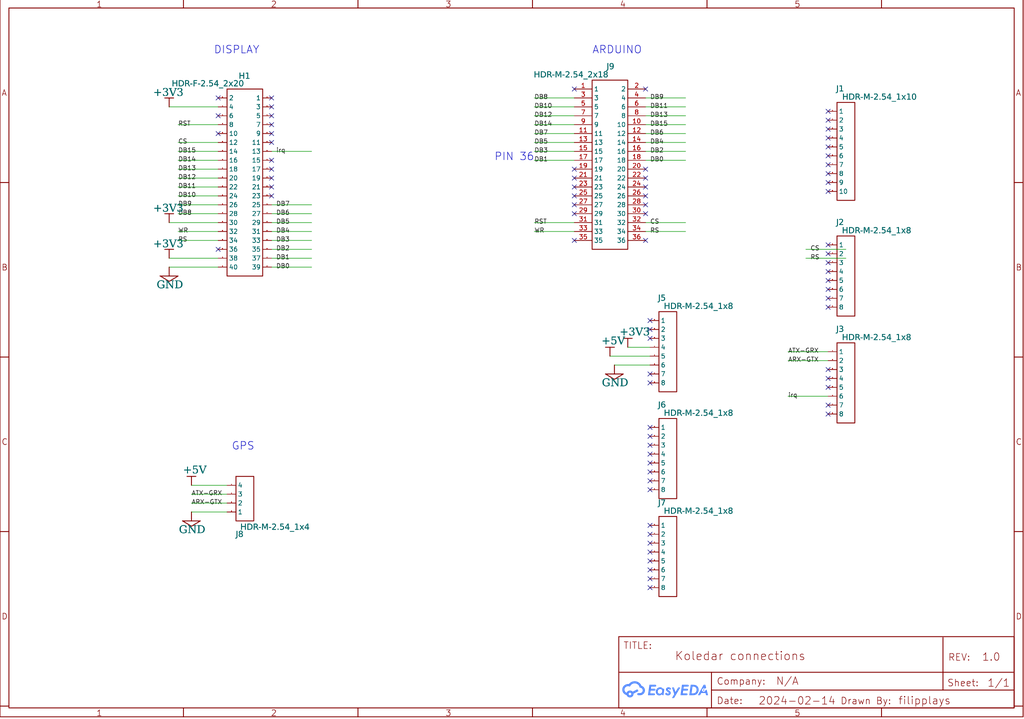
<source format=kicad_sch>
(kicad_sch (version 20231120) (generator "eeschema") (generator_version "8.0")
  (paper "User" 292.1 205.105)
  (lib_symbols
    (symbol "+3V3" (power) (pin_numbers hide) (pin_names hide)
      (property "Value" "+3V3" (at 0 3.81 0))
      (symbol "+3V3_0_0"
        (pin power_in line (at 0 0 270) (length 0) (name "+3V3") (number "1"))
      )
    )
    (symbol "+5V" (power) (pin_numbers hide) (pin_names hide)
      (property "Value" "+5V" (at 0 3.81 0))
      (symbol "+5V_0_0"
        (pin power_in line (at 0 0 270) (length 0) (name "+5V") (number "1"))
      )
    )
    (symbol "GND" (power) (pin_numbers hide) (pin_names hide)
      (property "Value" "GND" (at 0 6.35 0))
      (symbol "GND_0_0"
        (pin power_in line (at 0 0 270) (length 0) (name "GND") (number "1"))
      )
    )
    (symbol "HDR-F-2.54_2x20"
      (property "Reference" "H1" (at 1.524 32.4993 0))
      (property "Value" "HDR-F-2.54_2x20" (at 1.524 30.3911 0))
      (symbol "HDR-F-2.54_2x20_0_0"
        (pin input line (at 7.62 25.4 180) (length 2.54) (name "1") (number "1"))
        (pin input line (at -7.62 15.24 0) (length 2.54) (name "10") (number "10"))
        (pin input line (at 7.62 12.7 180) (length 2.54) (name "11") (number "11"))
        (pin input line (at -7.62 12.7 0) (length 2.54) (name "12") (number "12"))
        (pin input line (at 7.62 10.16 180) (length 2.54) (name "13") (number "13"))
        (pin input line (at -7.62 10.16 0) (length 2.54) (name "14") (number "14"))
        (pin input line (at 7.62 7.62 180) (length 2.54) (name "15") (number "15"))
        (pin input line (at -7.62 7.62 0) (length 2.54) (name "16") (number "16"))
        (pin input line (at 7.62 5.08 180) (length 2.54) (name "17") (number "17"))
        (pin input line (at -7.62 5.08 0) (length 2.54) (name "18") (number "18"))
        (pin input line (at 7.62 2.54 180) (length 2.54) (name "19") (number "19"))
        (pin input line (at -7.62 25.4 0) (length 2.54) (name "2") (number "2"))
        (pin input line (at -7.62 2.54 0) (length 2.54) (name "20") (number "20"))
        (pin input line (at 7.62 0 180) (length 2.54) (name "21") (number "21"))
        (pin input line (at -7.62 0 0) (length 2.54) (name "22") (number "22"))
        (pin input line (at 7.62 -2.54 180) (length 2.54) (name "23") (number "23"))
        (pin input line (at -7.62 -2.54 0) (length 2.54) (name "24") (number "24"))
        (pin input line (at 7.62 -5.08 180) (length 2.54) (name "25") (number "25"))
        (pin input line (at -7.62 -5.08 0) (length 2.54) (name "26") (number "26"))
        (pin input line (at 7.62 -7.62 180) (length 2.54) (name "27") (number "27"))
        (pin input line (at -7.62 -7.62 0) (length 2.54) (name "28") (number "28"))
        (pin input line (at 7.62 -10.16 180) (length 2.54) (name "29") (number "29"))
        (pin input line (at 7.62 22.86 180) (length 2.54) (name "3") (number "3"))
        (pin input line (at -7.62 -10.16 0) (length 2.54) (name "30") (number "30"))
        (pin input line (at 7.62 -12.7 180) (length 2.54) (name "31") (number "31"))
        (pin input line (at -7.62 -12.7 0) (length 2.54) (name "32") (number "32"))
        (pin input line (at 7.62 -15.24 180) (length 2.54) (name "33") (number "33"))
        (pin input line (at -7.62 -15.24 0) (length 2.54) (name "34") (number "34"))
        (pin input line (at 7.62 -17.78 180) (length 2.54) (name "35") (number "35"))
        (pin input line (at -7.62 -17.78 0) (length 2.54) (name "36") (number "36"))
        (pin input line (at 7.62 -20.32 180) (length 2.54) (name "37") (number "37"))
        (pin input line (at -7.62 -20.32 0) (length 2.54) (name "38") (number "38"))
        (pin input line (at 7.62 -22.86 180) (length 2.54) (name "39") (number "39"))
        (pin input line (at -7.62 22.86 0) (length 2.54) (name "4") (number "4"))
        (pin input line (at -7.62 -22.86 0) (length 2.54) (name "40") (number "40"))
        (pin input line (at 7.62 20.32 180) (length 2.54) (name "5") (number "5"))
        (pin input line (at -7.62 20.32 0) (length 2.54) (name "6") (number "6"))
        (pin input line (at 7.62 17.78 180) (length 2.54) (name "7") (number "7"))
        (pin input line (at -7.62 17.78 0) (length 2.54) (name "8") (number "8"))
        (pin input line (at 7.62 15.24 180) (length 2.54) (name "9") (number "9"))
      )
    )
    (symbol "HDR-M-2.54_1x10"
      (property "Reference" "J1" (at -2.7686 18.7071 0))
      (property "Value" "HDR-M-2.54_1x10" (at -2.7686 16.4211 0))
      (symbol "HDR-M-2.54_1x10_0_0"
        (pin unspecified line (at -5.08 11.43 0) (length 2.54) (name "1") (number "1"))
        (pin unspecified line (at -5.08 -11.43 0) (length 2.54) (name "10") (number "10"))
        (pin unspecified line (at -5.08 8.89 0) (length 2.54) (name "2") (number "2"))
        (pin unspecified line (at -5.08 6.35 0) (length 2.54) (name "3") (number "3"))
        (pin unspecified line (at -5.08 3.81 0) (length 2.54) (name "4") (number "4"))
        (pin unspecified line (at -5.08 1.27 0) (length 2.54) (name "5") (number "5"))
        (pin unspecified line (at -5.08 -1.27 0) (length 2.54) (name "6") (number "6"))
        (pin unspecified line (at -5.08 -3.81 0) (length 2.54) (name "7") (number "7"))
        (pin unspecified line (at -5.08 -6.35 0) (length 2.54) (name "8") (number "8"))
        (pin unspecified line (at -5.08 -8.89 0) (length 2.54) (name "9") (number "9"))
      )
    )
    (symbol "HDR-M-2.54_1x4"
      (property "Reference" "J8" (at -2.6162 -9.3091 0))
      (property "Value" "HDR-M-2.54_1x4" (at -2.9464 -7.2009 0))
      (symbol "HDR-M-2.54_1x4_0_0"
        (pin unspecified line (at -5.08 -3.81 0) (length 2.54) (name "1") (number "1"))
        (pin unspecified line (at -5.08 -1.27 0) (length 2.54) (name "2") (number "2"))
        (pin unspecified line (at -5.08 1.27 0) (length 2.54) (name "3") (number "3"))
        (pin unspecified line (at -5.08 3.81 0) (length 2.54) (name "4") (number "4"))
      )
    )
    (symbol "HDR-M-2.54_1x8"
      (property "Reference" "J5" (at -2.7686 16.1671 0))
      (property "Value" "HDR-M-2.54_1x8" (at -2.7686 13.8811 0))
      (symbol "HDR-M-2.54_1x8_0_0"
        (pin unspecified line (at -5.08 8.89 0) (length 2.54) (name "1") (number "1"))
        (pin unspecified line (at -5.08 6.35 0) (length 2.54) (name "2") (number "2"))
        (pin unspecified line (at -5.08 3.81 0) (length 2.54) (name "3") (number "3"))
        (pin unspecified line (at -5.08 1.27 0) (length 2.54) (name "4") (number "4"))
        (pin unspecified line (at -5.08 -1.27 0) (length 2.54) (name "5") (number "5"))
        (pin unspecified line (at -5.08 -3.81 0) (length 2.54) (name "6") (number "6"))
        (pin unspecified line (at -5.08 -6.35 0) (length 2.54) (name "7") (number "7"))
        (pin unspecified line (at -5.08 -8.89 0) (length 2.54) (name "8") (number "8"))
      )
    )
    (symbol "HDR-M-2.54_1x8_1"
      (property "Reference" "J6" (at -2.7686 16.1671 0))
      (property "Value" "HDR-M-2.54_1x8" (at -2.7686 13.8811 0))
      (symbol "HDR-M-2.54_1x8_1_0_0"
        (pin unspecified line (at -5.08 8.89 0) (length 2.54) (name "1") (number "1"))
        (pin unspecified line (at -5.08 6.35 0) (length 2.54) (name "2") (number "2"))
        (pin unspecified line (at -5.08 3.81 0) (length 2.54) (name "3") (number "3"))
        (pin unspecified line (at -5.08 1.27 0) (length 2.54) (name "4") (number "4"))
        (pin unspecified line (at -5.08 -1.27 0) (length 2.54) (name "5") (number "5"))
        (pin unspecified line (at -5.08 -3.81 0) (length 2.54) (name "6") (number "6"))
        (pin unspecified line (at -5.08 -6.35 0) (length 2.54) (name "7") (number "7"))
        (pin unspecified line (at -5.08 -8.89 0) (length 2.54) (name "8") (number "8"))
      )
    )
    (symbol "HDR-M-2.54_1x8_2"
      (property "Reference" "J7" (at -2.7686 16.1671 0))
      (property "Value" "HDR-M-2.54_1x8" (at -2.7686 13.8811 0))
      (symbol "HDR-M-2.54_1x8_2_0_0"
        (pin unspecified line (at -5.08 8.89 0) (length 2.54) (name "1") (number "1"))
        (pin unspecified line (at -5.08 6.35 0) (length 2.54) (name "2") (number "2"))
        (pin unspecified line (at -5.08 3.81 0) (length 2.54) (name "3") (number "3"))
        (pin unspecified line (at -5.08 1.27 0) (length 2.54) (name "4") (number "4"))
        (pin unspecified line (at -5.08 -1.27 0) (length 2.54) (name "5") (number "5"))
        (pin unspecified line (at -5.08 -3.81 0) (length 2.54) (name "6") (number "6"))
        (pin unspecified line (at -5.08 -6.35 0) (length 2.54) (name "7") (number "7"))
        (pin unspecified line (at -5.08 -8.89 0) (length 2.54) (name "8") (number "8"))
      )
    )
    (symbol "HDR-M-2.54_1x8_3"
      (property "Reference" "J2" (at -2.7686 16.1671 0))
      (property "Value" "HDR-M-2.54_1x8" (at -2.7686 13.8811 0))
      (symbol "HDR-M-2.54_1x8_3_0_0"
        (pin unspecified line (at -5.08 8.89 0) (length 2.54) (name "1") (number "1"))
        (pin unspecified line (at -5.08 6.35 0) (length 2.54) (name "2") (number "2"))
        (pin unspecified line (at -5.08 3.81 0) (length 2.54) (name "3") (number "3"))
        (pin unspecified line (at -5.08 1.27 0) (length 2.54) (name "4") (number "4"))
        (pin unspecified line (at -5.08 -1.27 0) (length 2.54) (name "5") (number "5"))
        (pin unspecified line (at -5.08 -3.81 0) (length 2.54) (name "6") (number "6"))
        (pin unspecified line (at -5.08 -6.35 0) (length 2.54) (name "7") (number "7"))
        (pin unspecified line (at -5.08 -8.89 0) (length 2.54) (name "8") (number "8"))
      )
    )
    (symbol "HDR-M-2.54_1x8_4"
      (property "Reference" "J3" (at -2.7686 16.1671 0))
      (property "Value" "HDR-M-2.54_1x8" (at -2.7686 13.8811 0))
      (symbol "HDR-M-2.54_1x8_4_0_0"
        (pin unspecified line (at -5.08 8.89 0) (length 2.54) (name "1") (number "1"))
        (pin unspecified line (at -5.08 6.35 0) (length 2.54) (name "2") (number "2"))
        (pin unspecified line (at -5.08 3.81 0) (length 2.54) (name "3") (number "3"))
        (pin unspecified line (at -5.08 1.27 0) (length 2.54) (name "4") (number "4"))
        (pin unspecified line (at -5.08 -1.27 0) (length 2.54) (name "5") (number "5"))
        (pin unspecified line (at -5.08 -3.81 0) (length 2.54) (name "6") (number "6"))
        (pin unspecified line (at -5.08 -6.35 0) (length 2.54) (name "7") (number "7"))
        (pin unspecified line (at -5.08 -8.89 0) (length 2.54) (name "8") (number "8"))
      )
    )
    (symbol "HDR-M-2.54_2x18"
      (property "Reference" "J9" (at 1.2446 30.1371 0))
      (property "Value" "HDR-M-2.54_2x18" (at 1.2446 27.8511 0))
      (symbol "HDR-M-2.54_2x18_0_0"
        (pin unspecified line (at -10.16 22.86 0) (length 5.08) (name "1") (number "1"))
        (pin unspecified line (at 10.16 12.7 180) (length 5.08) (name "10") (number "10"))
        (pin unspecified line (at -10.16 10.16 0) (length 5.08) (name "11") (number "11"))
        (pin unspecified line (at 10.16 10.16 180) (length 5.08) (name "12") (number "12"))
        (pin unspecified line (at -10.16 7.62 0) (length 5.08) (name "13") (number "13"))
        (pin unspecified line (at 10.16 7.62 180) (length 5.08) (name "14") (number "14"))
        (pin unspecified line (at -10.16 5.08 0) (length 5.08) (name "15") (number "15"))
        (pin unspecified line (at 10.16 5.08 180) (length 5.08) (name "16") (number "16"))
        (pin unspecified line (at -10.16 2.54 0) (length 5.08) (name "17") (number "17"))
        (pin unspecified line (at 10.16 2.54 180) (length 5.08) (name "18") (number "18"))
        (pin unspecified line (at -10.16 0 0) (length 5.08) (name "19") (number "19"))
        (pin unspecified line (at 10.16 22.86 180) (length 5.08) (name "2") (number "2"))
        (pin unspecified line (at 10.16 0 180) (length 5.08) (name "20") (number "20"))
        (pin unspecified line (at -10.16 -2.54 0) (length 5.08) (name "21") (number "21"))
        (pin unspecified line (at 10.16 -2.54 180) (length 5.08) (name "22") (number "22"))
        (pin unspecified line (at -10.16 -5.08 0) (length 5.08) (name "23") (number "23"))
        (pin unspecified line (at 10.16 -5.08 180) (length 5.08) (name "24") (number "24"))
        (pin unspecified line (at -10.16 -7.62 0) (length 5.08) (name "25") (number "25"))
        (pin unspecified line (at 10.16 -7.62 180) (length 5.08) (name "26") (number "26"))
        (pin unspecified line (at -10.16 -10.16 0) (length 5.08) (name "27") (number "27"))
        (pin unspecified line (at 10.16 -10.16 180) (length 5.08) (name "28") (number "28"))
        (pin unspecified line (at -10.16 -12.7 0) (length 5.08) (name "29") (number "29"))
        (pin unspecified line (at -10.16 20.32 0) (length 5.08) (name "3") (number "3"))
        (pin unspecified line (at 10.16 -12.7 180) (length 5.08) (name "30") (number "30"))
        (pin unspecified line (at -10.16 -15.24 0) (length 5.08) (name "31") (number "31"))
        (pin unspecified line (at 10.16 -15.24 180) (length 5.08) (name "32") (number "32"))
        (pin unspecified line (at -10.16 -17.78 0) (length 5.08) (name "33") (number "33"))
        (pin unspecified line (at 10.16 -17.78 180) (length 5.08) (name "34") (number "34"))
        (pin unspecified line (at -10.16 -20.32 0) (length 5.08) (name "35") (number "35"))
        (pin unspecified line (at 10.16 -20.32 180) (length 5.08) (name "36") (number "36"))
        (pin unspecified line (at 10.16 20.32 180) (length 5.08) (name "4") (number "4"))
        (pin unspecified line (at -10.16 17.78 0) (length 5.08) (name "5") (number "5"))
        (pin unspecified line (at 10.16 17.78 180) (length 5.08) (name "6") (number "6"))
        (pin unspecified line (at -10.16 15.24 0) (length 5.08) (name "7") (number "7"))
        (pin unspecified line (at 10.16 15.24 180) (length 5.08) (name "8") (number "8"))
        (pin unspecified line (at -10.16 12.7 0) (length 5.08) (name "9") (number "9"))
      )
    )
    (symbol "Unknown_0_-806"
      (symbol "Unknown_0_-806_0_0"
        (text "1" (at 27.432 -202.6539 0) (effects (font (size 1.6891 1.6891)) (justify left top)))
        (text "1" (at 27.432 -0.4699 0) (effects (font (size 1.6891 1.6891)) (justify left top)))
        (text "1.0" (at 280.0604 -186.3471 0) (effects (font (size 2.1717 2.1717)) (justify left top)))
        (text "1/1" (at 281.5844 -193.7639 0) (effects (font (size 2.1717 2.1717)) (justify left top)))
        (text "2" (at 77.216 -202.6539 0) (effects (font (size 1.6891 1.6891)) (justify left top)))
        (text "2" (at 77.216 -0.4699 0) (effects (font (size 1.6891 1.6891)) (justify left top)))
        (text "2024-02-14" (at 216.3064 -198.8439 0) (effects (font (size 2.1717 2.1717)) (justify left top)))
        (text "3" (at 127 -202.6539 0) (effects (font (size 1.6891 1.6891)) (justify left top)))
        (text "3" (at 127 -0.4699 0) (effects (font (size 1.6891 1.6891)) (justify left top)))
        (text "4" (at 176.784 -202.6539 0) (effects (font (size 1.6891 1.6891)) (justify left top)))
        (text "4" (at 176.784 -0.4699 0) (effects (font (size 1.6891 1.6891)) (justify left top)))
        (text "5" (at 226.568 -202.6539 0) (effects (font (size 1.6891 1.6891)) (justify left top)))
        (text "5" (at 226.568 -0.4699 0) (effects (font (size 1.6891 1.6891)) (justify left top)))
        (text "A" (at 0.381 -25.7429 0) (effects (font (size 1.6891 1.6891)) (justify left top)))
        (text "A" (at 289.687 -25.7429 0) (effects (font (size 1.6891 1.6891)) (justify left top)))
        (text "B" (at 0.381 -75.5269 0) (effects (font (size 1.6891 1.6891)) (justify left top)))
        (text "B" (at 289.687 -75.5269 0) (effects (font (size 1.6891 1.6891)) (justify left top)))
        (text "C" (at 0.381 -125.3109 0) (effects (font (size 1.6891 1.6891)) (justify left top)))
        (text "C" (at 289.687 -125.3109 0) (effects (font (size 1.6891 1.6891)) (justify left top)))
        (text "Company:" (at 204.3684 -193.4464 0) (effects (font (size 1.9304 1.9304)) (justify left top)))
        (text "D" (at 0.381 -175.0949 0) (effects (font (size 1.6891 1.6891)) (justify left top)))
        (text "D" (at 289.687 -175.0949 0) (effects (font (size 1.6891 1.6891)) (justify left top)))
        (text "Date:" (at 204.3684 -198.9836 0) (effects (font (size 1.9304 1.9304)) (justify left top)))
        (text "Drawn By:" (at 239.6744 -199.0344 0) (effects (font (size 1.9304 1.9304)) (justify left top)))
        (text "filipplays" (at 256.1844 -198.7931 0) (effects (font (size 2.1717 2.1717)) (justify left top)))
        (text "Koledar connections" (at 192.4304 -185.928 0) (effects (font (size 2.413 2.413)) (justify left top)))
        (text "N/A" (at 221.2848 -193.2305 0) (effects (font (size 2.1717 2.1717)) (justify left top)))
        (text "REV:" (at 270.4084 -186.5884 0) (effects (font (size 1.9304 1.9304)) (justify left top)))
        (text "Sheet:" (at 270.1544 -193.9036 0) (effects (font (size 1.9304 1.9304)) (justify left top)))
        (text "TITLE:" (at 177.7746 -183.2356 0) (effects (font (size 1.9304 1.9304)) (justify left top)))
      )
    )
  )
  (no_connect (at 77.47 40.64))
  (no_connect (at 62.23 27.94))
  (no_connect (at 236.22 105.41))
  (no_connect (at 184.15 25.4))
  (no_connect (at 236.22 77.47))
  (no_connect (at 185.42 91.44))
  (no_connect (at 185.42 167.64))
  (no_connect (at 236.22 85.09))
  (no_connect (at 236.22 107.95))
  (no_connect (at 185.42 154.94))
  (no_connect (at 236.22 72.39))
  (no_connect (at 185.42 139.7))
  (no_connect (at 185.42 157.48))
  (no_connect (at 184.15 58.42))
  (no_connect (at 77.47 55.88))
  (no_connect (at 236.22 46.99))
  (no_connect (at 185.42 124.46))
  (no_connect (at 185.42 165.1))
  (no_connect (at 77.47 33.02))
  (no_connect (at 185.42 160.02))
  (no_connect (at 184.15 55.88))
  (no_connect (at 163.83 53.34))
  (no_connect (at 185.42 106.68))
  (no_connect (at 163.83 48.26))
  (no_connect (at 184.15 48.26))
  (no_connect (at 184.15 60.96))
  (no_connect (at 236.22 31.75))
  (no_connect (at 236.22 54.61))
  (no_connect (at 236.22 74.93))
  (no_connect (at 185.42 93.98))
  (no_connect (at 185.42 109.22))
  (no_connect (at 236.22 115.57))
  (no_connect (at 77.47 27.94))
  (no_connect (at 62.23 33.02))
  (no_connect (at 77.47 35.56))
  (no_connect (at 77.47 50.8))
  (no_connect (at 77.47 30.48))
  (no_connect (at 62.23 71.12))
  (no_connect (at 77.47 45.72))
  (no_connect (at 184.15 68.58))
  (no_connect (at 236.22 80.01))
  (no_connect (at 185.42 127))
  (no_connect (at 236.22 118.11))
  (no_connect (at 77.47 53.34))
  (no_connect (at 185.42 132.08))
  (no_connect (at 185.42 96.52))
  (no_connect (at 77.47 38.1))
  (no_connect (at 236.22 82.55))
  (no_connect (at 163.83 50.8))
  (no_connect (at 236.22 44.45))
  (no_connect (at 185.42 152.4))
  (no_connect (at 236.22 52.07))
  (no_connect (at 185.42 162.56))
  (no_connect (at 185.42 129.54))
  (no_connect (at 184.15 50.8))
  (no_connect (at 185.42 134.62))
  (no_connect (at 163.83 58.42))
  (no_connect (at 185.42 137.16))
  (no_connect (at 62.23 38.1))
  (no_connect (at 163.83 25.4))
  (no_connect (at 236.22 36.83))
  (no_connect (at 163.83 68.58))
  (no_connect (at 236.22 49.53))
  (no_connect (at 163.83 55.88))
  (no_connect (at 236.22 87.63))
  (no_connect (at 236.22 110.49))
  (no_connect (at 236.22 41.91))
  (no_connect (at 185.42 149.86))
  (no_connect (at 163.83 60.96))
  (no_connect (at 184.15 53.34))
  (no_connect (at 236.22 34.29))
  (no_connect (at 236.22 39.37))
  (no_connect (at 77.47 48.26))
  (no_connect (at 185.42 121.92))
  (no_connect (at 236.22 69.85))
  (wire (pts (xy 77.47 66.04) (xy 88.9 66.04)))
  (wire (pts (xy 229.87 71.12) (xy 241.3 71.12)))
  (wire (pts (xy 62.23 48.26) (xy 50.8 48.26)))
  (wire (pts (xy 163.83 38.1) (xy 152.4 38.1)))
  (wire (pts (xy 163.83 30.48) (xy 152.4 30.48)))
  (wire (pts (xy 64.77 138.43) (xy 54.61 138.43)))
  (wire (pts (xy 184.15 35.56) (xy 195.58 35.56)))
  (wire (pts (xy 48.26 30.48) (xy 62.23 30.48)))
  (wire (pts (xy 184.15 38.1) (xy 195.58 38.1)))
  (wire (pts (xy 62.23 68.58) (xy 50.8 68.58)))
  (wire (pts (xy 163.83 35.56) (xy 152.4 35.56)))
  (wire (pts (xy 163.83 63.5) (xy 152.4 63.5)))
  (wire (pts (xy 184.15 30.48) (xy 195.58 30.48)))
  (wire (pts (xy 184.15 66.04) (xy 195.58 66.04)))
  (wire (pts (xy 77.47 76.2) (xy 88.9 76.2)))
  (wire (pts (xy 163.83 43.18) (xy 152.4 43.18)))
  (wire (pts (xy 77.47 63.5) (xy 88.9 63.5)))
  (wire (pts (xy 62.23 73.66) (xy 48.26 73.66)))
  (wire (pts (xy 64.77 146.05) (xy 54.61 146.05)))
  (wire (pts (xy 77.47 58.42) (xy 88.9 58.42)))
  (wire (pts (xy 184.15 40.64) (xy 195.58 40.64)))
  (wire (pts (xy 163.83 45.72) (xy 152.4 45.72)))
  (wire (pts (xy 236.22 113.03) (xy 224.79 113.03)))
  (wire (pts (xy 236.22 100.33) (xy 224.79 100.33)))
  (wire (pts (xy 77.47 73.66) (xy 88.9 73.66)))
  (wire (pts (xy 163.83 40.64) (xy 152.4 40.64)))
  (wire (pts (xy 77.47 43.18) (xy 88.9 43.18)))
  (wire (pts (xy 62.23 35.56) (xy 50.8 35.56)))
  (wire (pts (xy 77.47 71.12) (xy 88.9 71.12)))
  (wire (pts (xy 64.77 143.51) (xy 54.61 143.51)))
  (wire (pts (xy 163.83 66.04) (xy 152.4 66.04)))
  (wire (pts (xy 48.26 63.5) (xy 62.23 63.5)))
  (wire (pts (xy 64.77 140.97) (xy 54.61 140.97)))
  (wire (pts (xy 184.15 43.18) (xy 195.58 43.18)))
  (wire (pts (xy 48.26 76.2) (xy 62.23 76.2)))
  (wire (pts (xy 62.23 50.8) (xy 50.8 50.8)))
  (wire (pts (xy 229.87 73.66) (xy 241.3 73.66)))
  (wire (pts (xy 236.22 102.87) (xy 224.79 102.87)))
  (wire (pts (xy 185.42 101.6) (xy 173.99 101.6)))
  (wire (pts (xy 77.47 68.58) (xy 88.9 68.58)))
  (wire (pts (xy 62.23 58.42) (xy 50.8 58.42)))
  (wire (pts (xy 62.23 45.72) (xy 50.8 45.72)))
  (wire (pts (xy 62.23 60.96) (xy 50.8 60.96)))
  (wire (pts (xy 184.15 33.02) (xy 195.58 33.02)))
  (wire (pts (xy 62.23 66.04) (xy 50.8 66.04)))
  (wire (pts (xy 185.42 99.06) (xy 179.07 99.06)))
  (wire (pts (xy 184.15 27.94) (xy 195.58 27.94)))
  (wire (pts (xy 184.15 45.72) (xy 195.58 45.72)))
  (wire (pts (xy 62.23 40.64) (xy 50.8 40.64)))
  (wire (pts (xy 163.83 33.02) (xy 152.4 33.02)))
  (wire (pts (xy 185.42 104.14) (xy 175.26 104.14)))
  (wire (pts (xy 62.23 53.34) (xy 50.8 53.34)))
  (wire (pts (xy 62.23 55.88) (xy 50.8 55.88)))
  (wire (pts (xy 62.23 43.18) (xy 50.8 43.18)))
  (wire (pts (xy 77.47 60.96) (xy 88.9 60.96)))
  (wire (pts (xy 184.15 63.5) (xy 195.58 63.5)))
  (wire (pts (xy 163.83 27.94) (xy 152.4 27.94)))
  (text "DISPLAY" (at 60.96 13.0683 0) (effects (font (size 2.1717 2.1717)) (justify left top)))
  (text "ARDUINO" (at 168.91 13.0683 0) (effects (font (size 2.1717 2.1717)) (justify left top)))
  (text "PIN 36" (at 140.97 43.5483 0) (effects (font (size 2.1717 2.1717)) (justify left top)))
  (text "GPS" (at 66.04 126.0983 0) (effects (font (size 2.1717 2.1717)) (justify left top)))
  (label "DB15" (at 50.8 43.18 0))
  (label "DB10" (at 50.8 55.88 0))
  (label "RS" (at 185.42 66.04 0))
  (label "DB7" (at 78.74 58.42 0))
  (label "CS" (at 185.42 63.5 0))
  (label "DB3" (at 152.4 43.18 0))
  (label "ATX-GRX" (at 224.79 100.33 0))
  (label "DB8" (at 152.4 27.94 0))
  (label "DB7" (at 152.4 38.1 0))
  (label "DB12" (at 50.8 50.8 0))
  (label "DB2" (at 185.42 43.18 0))
  (label "DB9" (at 50.8 58.42 0))
  (label "DB4" (at 185.42 40.64 0))
  (label "DB6" (at 185.42 38.1 0))
  (label "RST" (at 152.4 63.5 0))
  (label "DB5" (at 152.4 40.64 0))
  (label "DB10" (at 152.4 30.48 0))
  (label "DB6" (at 78.74 60.96 0))
  (label "DB1" (at 152.4 45.72 0))
  (label "ATX-GRX" (at 54.61 140.97 0))
  (label "DB0" (at 185.42 45.72 0))
  (label "DB14" (at 152.4 35.56 0))
  (label "DB8" (at 50.8 60.96 0))
  (label "DB15" (at 185.42 35.56 0))
  (label "RST" (at 50.8 35.56 0))
  (label "ARX-GTX" (at 54.61 143.51 0))
  (label "WR" (at 50.8 66.04 0))
  (label "DB1" (at 78.74 73.66 0))
  (label "DB13" (at 185.42 33.02 0))
  (label "RS" (at 231.14 73.66 0))
  (label "DB11" (at 50.8 53.34 0))
  (label "DB3" (at 78.74 68.58 0))
  (label "DB0" (at 78.74 76.2 0))
  (label "CS" (at 50.8 40.64 0))
  (label "DB5" (at 78.74 63.5 0))
  (label "CS" (at 231.14 71.12 0))
  (label "DB2" (at 78.74 71.12 0))
  (label "DB12" (at 152.4 33.02 0))
  (label "DB14" (at 50.8 45.72 0))
  (label "ARX-GTX" (at 224.79 102.87 0))
  (label "irq" (at 78.74 43.18 0))
  (label "WR" (at 152.4 66.04 0))
  (label "DB4" (at 78.74 66.04 0))
  (label "DB11" (at 185.42 30.48 0))
  (label "irq" (at 224.79 113.03 0))
  (label "DB9" (at 185.42 27.94 0))
  (label "DB13" (at 50.8 48.26 0))
  (label "RS" (at 50.8 68.58 0))
  (symbol (lib_id "HDR-M-2.54_1x8_3") (at 241.3 78.74 0) (unit 0)
    (property "Reference" "J2" (at 238.5314 62.5729 0) (effects (font (size 1.6891 1.6891)) (justify left top)))
    (property "Value" "HDR-M-2.54_1x8" (at 238.5314 64.8589 0) (effects (font (size 1.6891 1.6891)) (justify left top)))
    (property "Supplier Part" "C190820" (effects (hide yes)))
    (property "Supplier" "LCSC" (effects (hide yes)))
  )
  (symbol (lib_id "+3V3") (at 48.26 73.66 0) (mirror x) (unit 0)
    (property "Reference" "#PWR?" (effects (hide yes)))
    (property "Value" "+3V3" (at 43.4848 70.866 0) (effects (font (size 2.1717 2.1717)) (justify left top)))
    (property "Description" "Power symbol creates a global label with name '+3V3'" (effects (hide yes)))
  )
  (symbol (lib_id "+5V") (at 54.61 138.43 0) (mirror x) (unit 0)
    (property "Reference" "#PWR?" (effects (hide yes)))
    (property "Value" "+5V" (at 52.07 135.382 0) (effects (font (size 2.1717 2.1717)) (justify left top)))
    (property "Description" "Power symbol creates a global label with name '+5V'" (effects (hide yes)))
  )
  (symbol (lib_id "GND") (at 175.26 104.14 0) (unit 0)
    (property "Reference" "#PWR?" (effects (hide yes)))
    (property "Value" "GND" (at 171.958 110.49 0) (effects (font (size 2.1717 2.1717)) (justify left bottom)))
    (property "Description" "Power symbol creates a global label with name 'GND'" (effects (hide yes)))
  )
  (symbol (lib_id "HDR-M-2.54_1x10") (at 241.3 43.18 0) (unit 0)
    (property "Reference" "J1" (at 238.5314 24.4729 0) (effects (font (size 1.6891 1.6891)) (justify left top)))
    (property "Value" "HDR-M-2.54_1x10" (at 238.5314 26.7589 0) (effects (font (size 1.6891 1.6891)) (justify left top)))
    (property "Supplier Part" "C57369" (effects (hide yes)))
    (property "Supplier" "LCSC" (effects (hide yes)))
  )
  (symbol (lib_id "HDR-M-2.54_1x8_1") (at 190.5 130.81 0) (unit 0)
    (property "Reference" "J6" (at 187.7314 114.6429 0) (effects (font (size 1.6891 1.6891)) (justify left top)))
    (property "Value" "HDR-M-2.54_1x8" (at 187.7314 116.9289 0) (effects (font (size 1.6891 1.6891)) (justify left top)))
    (property "Supplier Part" "C190820" (effects (hide yes)))
    (property "Supplier" "LCSC" (effects (hide yes)))
  )
  (symbol (lib_id "+3V3") (at 179.07 99.06 0) (mirror x) (unit 0)
    (property "Reference" "#PWR?" (effects (hide yes)))
    (property "Value" "+3V3" (at 176.53 96.012 0) (effects (font (size 2.1717 2.1717)) (justify left top)))
    (property "Description" "Power symbol creates a global label with name '+3V3'" (effects (hide yes)))
  )
  (symbol (lib_id "+5V") (at 173.99 101.6 0) (mirror x) (unit 0)
    (property "Reference" "#PWR?" (effects (hide yes)))
    (property "Value" "+5V" (at 171.45 98.552 0) (effects (font (size 2.1717 2.1717)) (justify left top)))
    (property "Description" "Power symbol creates a global label with name '+5V'" (effects (hide yes)))
  )
  (symbol (lib_id "HDR-M-2.54_2x18") (at 173.99 48.26 0) (unit 0)
    (property "Reference" "J9" (at 175.2346 18.1229 0) (effects (font (size 1.6891 1.6891)) (justify right top)))
    (property "Value" "HDR-M-2.54_2x18" (at 175.2346 20.4089 0) (effects (font (size 1.6891 1.6891)) (justify right top)))
  )
  (symbol (lib_id "HDR-M-2.54_1x8_2") (at 190.5 158.75 0) (unit 0)
    (property "Reference" "J7" (at 187.7314 142.5829 0) (effects (font (size 1.6891 1.6891)) (justify left top)))
    (property "Value" "HDR-M-2.54_1x8" (at 187.7314 144.8689 0) (effects (font (size 1.6891 1.6891)) (justify left top)))
    (property "Supplier Part" "C190820" (effects (hide yes)))
    (property "Supplier" "LCSC" (effects (hide yes)))
  )
  (symbol (lib_id "HDR-M-2.54_1x4") (at 69.85 142.24 0) (unit 0)
    (property "Reference" "J8" (at 67.2338 151.5491 0) (effects (font (size 1.6891 1.6891)) (justify left top)))
    (property "Value" "HDR-M-2.54_1x4" (at 66.9036 149.4409 0) (effects (font (size 1.6891 1.6891)) (justify left top)))
    (property "Supplier Part" "C124378" (effects (hide yes)))
    (property "Supplier" "LCSC" (effects (hide yes)))
  )
  (symbol (lib_id "HDR-F-2.54_2x20") (at 69.85 53.34 0) (unit 0)
    (property "Reference" "H1" (at 71.374 20.8407 0) (effects (font (size 1.6891 1.6891)) (justify right top)))
    (property "Value" "HDR-F-2.54_2x20" (at 71.374 22.9489 0) (effects (font (size 1.6891 1.6891)) (justify right top)))
    (property "Supplier Part" "C50982" (effects (hide yes)))
    (property "Supplier" "LCSC" (effects (hide yes)))
  )
  (symbol (lib_id "HDR-M-2.54_1x8") (at 190.5 100.33 0) (unit 0)
    (property "Reference" "J5" (at 187.7314 84.1629 0) (effects (font (size 1.6891 1.6891)) (justify left top)))
    (property "Value" "HDR-M-2.54_1x8" (at 187.7314 86.4489 0) (effects (font (size 1.6891 1.6891)) (justify left top)))
    (property "Supplier Part" "C190820" (effects (hide yes)))
    (property "Supplier" "LCSC" (effects (hide yes)))
  )
  (symbol (lib_id "+3V3") (at 48.26 30.48 0) (mirror x) (unit 0)
    (property "Reference" "#PWR?" (effects (hide yes)))
    (property "Value" "+3V3" (at 43.4848 27.686 0) (effects (font (size 2.1717 2.1717)) (justify left top)))
    (property "Description" "Power symbol creates a global label with name '+3V3'" (effects (hide yes)))
  )
  (symbol (lib_id "GND") (at 48.26 76.2 0) (unit 0)
    (property "Reference" "#PWR?" (effects (hide yes)))
    (property "Value" "GND" (at 44.958 82.55 0) (effects (font (size 2.1717 2.1717)) (justify left bottom)))
    (property "Description" "Power symbol creates a global label with name 'GND'" (effects (hide yes)))
  )
  (symbol (lib_id "+3V3") (at 48.26 63.5 0) (mirror x) (unit 0)
    (property "Reference" "#PWR?" (effects (hide yes)))
    (property "Value" "+3V3" (at 43.4848 60.706 0) (effects (font (size 2.1717 2.1717)) (justify left top)))
    (property "Description" "Power symbol creates a global label with name '+3V3'" (effects (hide yes)))
  )
  (symbol (lib_id "Unknown_0_-806") (at 0 -0.254 0) (unit 0)
    (property "Reference" "A" (effects (hide yes)))
    (property "Value" "A" (effects (hide yes)))
    (property "Manufacturer Part" "?" (effects (hide yes)))
  )
  (symbol (lib_id "GND") (at 54.61 146.05 0) (unit 0)
    (property "Reference" "#PWR?" (effects (hide yes)))
    (property "Value" "GND" (at 51.308 152.4 0) (effects (font (size 2.1717 2.1717)) (justify left bottom)))
    (property "Description" "Power symbol creates a global label with name 'GND'" (effects (hide yes)))
  )
  (symbol (lib_id "HDR-M-2.54_1x8_4") (at 241.3 109.22 0) (unit 0)
    (property "Reference" "J3" (at 238.5314 93.0529 0) (effects (font (size 1.6891 1.6891)) (justify left top)))
    (property "Value" "HDR-M-2.54_1x8" (at 238.5314 95.3389 0) (effects (font (size 1.6891 1.6891)) (justify left top)))
    (property "Supplier Part" "C190820" (effects (hide yes)))
    (property "Supplier" "LCSC" (effects (hide yes)))
  )
)
</source>
